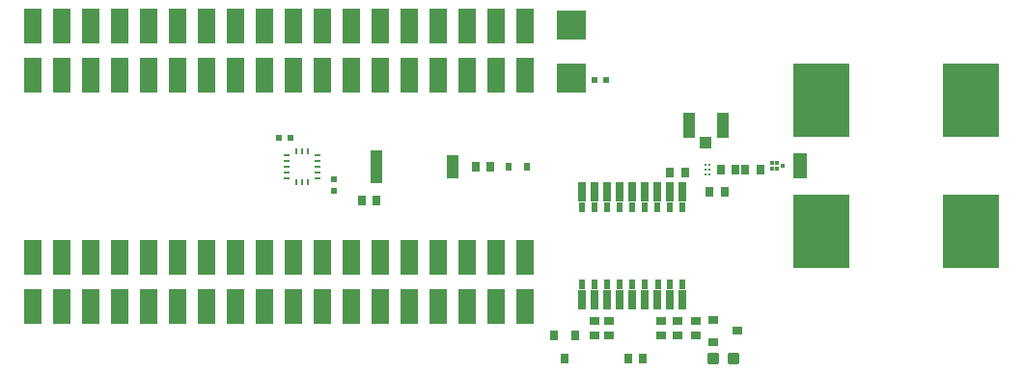
<source format=gtp>
G75*
%MOIN*%
%OFA0B0*%
%FSLAX25Y25*%
%IPPOS*%
%LPD*%
%AMOC8*
5,1,8,0,0,1.08239X$1,22.5*
%
%ADD10R,0.01969X0.00984*%
%ADD11R,0.00984X0.01969*%
%ADD12R,0.01969X0.01969*%
%ADD13R,0.03100X0.03500*%
%ADD14R,0.10000X0.10000*%
%ADD15R,0.06000X0.12000*%
%ADD16C,0.01181*%
%ADD17R,0.02756X0.03543*%
%ADD18R,0.03543X0.02756*%
%ADD19R,0.02756X0.07087*%
%ADD20R,0.03150X0.07087*%
%ADD21R,0.02362X0.03543*%
%ADD22R,0.02165X0.03543*%
%ADD23C,0.00902*%
%ADD24R,0.03937X0.04134*%
%ADD25R,0.04134X0.08661*%
%ADD26R,0.02362X0.03150*%
%ADD27R,0.04724X0.09055*%
%ADD28R,0.19685X0.25591*%
%ADD29R,0.01378X0.01673*%
%ADD30R,0.03937X0.07874*%
%ADD31R,0.04331X0.11811*%
%ADD32R,0.03543X0.03150*%
D10*
X0156595Y0125191D03*
X0156595Y0127159D03*
X0156595Y0129128D03*
X0156595Y0131096D03*
X0156595Y0133065D03*
X0167225Y0133065D03*
X0167225Y0131096D03*
X0167225Y0129128D03*
X0167225Y0127159D03*
X0167225Y0125191D03*
D11*
X0163879Y0123813D03*
X0161910Y0123813D03*
X0159942Y0123813D03*
X0159942Y0134443D03*
X0161910Y0134443D03*
X0163879Y0134443D03*
D12*
X0157753Y0138990D03*
X0153753Y0138990D03*
X0172753Y0124801D03*
X0172753Y0120801D03*
X0262745Y0159092D03*
X0266745Y0159092D03*
D13*
X0256318Y0070793D03*
X0248718Y0070793D03*
X0252518Y0062793D03*
D14*
X0254839Y0159673D03*
X0254839Y0178173D03*
D15*
X0068934Y0080628D03*
X0078934Y0080628D03*
X0088934Y0080628D03*
X0098934Y0080628D03*
X0108934Y0080628D03*
X0118934Y0080628D03*
X0128934Y0080628D03*
X0138934Y0080628D03*
X0148934Y0080628D03*
X0158934Y0080628D03*
X0168934Y0080628D03*
X0178934Y0080628D03*
X0188934Y0080628D03*
X0198934Y0080628D03*
X0208934Y0080628D03*
X0218934Y0080628D03*
X0228934Y0080628D03*
X0238934Y0080628D03*
X0238934Y0097628D03*
X0228934Y0097628D03*
X0218934Y0097628D03*
X0208934Y0097628D03*
X0198934Y0097628D03*
X0188934Y0097628D03*
X0178934Y0097628D03*
X0168934Y0097628D03*
X0158934Y0097628D03*
X0148934Y0097628D03*
X0138934Y0097628D03*
X0128934Y0097628D03*
X0118934Y0097628D03*
X0108934Y0097628D03*
X0098934Y0097628D03*
X0088934Y0097628D03*
X0078934Y0097628D03*
X0068934Y0097628D03*
X0068934Y0160628D03*
X0078934Y0160628D03*
X0088934Y0160628D03*
X0098934Y0160628D03*
X0108934Y0160628D03*
X0118934Y0160628D03*
X0128934Y0160628D03*
X0138934Y0160628D03*
X0148934Y0160628D03*
X0158934Y0160628D03*
X0168934Y0160628D03*
X0178934Y0160628D03*
X0188934Y0160628D03*
X0198934Y0160628D03*
X0208934Y0160628D03*
X0218934Y0160628D03*
X0228934Y0160628D03*
X0238934Y0160628D03*
X0238934Y0177628D03*
X0228934Y0177628D03*
X0218934Y0177628D03*
X0208934Y0177628D03*
X0198934Y0177628D03*
X0188934Y0177628D03*
X0178934Y0177628D03*
X0168934Y0177628D03*
X0158934Y0177628D03*
X0148934Y0177628D03*
X0138934Y0177628D03*
X0128934Y0177628D03*
X0118934Y0177628D03*
X0108934Y0177628D03*
X0098934Y0177628D03*
X0088934Y0177628D03*
X0078934Y0177628D03*
X0068934Y0177628D03*
D16*
X0302587Y0064171D02*
X0302587Y0061415D01*
X0302587Y0064171D02*
X0305343Y0064171D01*
X0305343Y0061415D01*
X0302587Y0061415D01*
X0302587Y0062595D02*
X0305343Y0062595D01*
X0305343Y0063775D02*
X0302587Y0063775D01*
X0309493Y0064171D02*
X0309493Y0061415D01*
X0309493Y0064171D02*
X0312249Y0064171D01*
X0312249Y0061415D01*
X0309493Y0061415D01*
X0309493Y0062595D02*
X0312249Y0062595D01*
X0312249Y0063775D02*
X0309493Y0063775D01*
D17*
X0279477Y0062793D03*
X0274359Y0062793D03*
X0187477Y0117293D03*
X0182359Y0117293D03*
X0221839Y0129128D03*
X0226957Y0129128D03*
X0288946Y0126923D03*
X0294064Y0126923D03*
X0302591Y0120258D03*
X0307709Y0120258D03*
X0306383Y0128222D03*
X0311501Y0128222D03*
X0314946Y0128222D03*
X0320064Y0128222D03*
D18*
X0297918Y0075852D03*
X0291418Y0075852D03*
X0285918Y0075852D03*
X0285918Y0070734D03*
X0291418Y0070734D03*
X0297918Y0070734D03*
X0267918Y0070734D03*
X0262918Y0070734D03*
X0262918Y0075852D03*
X0267918Y0075852D03*
D19*
X0258658Y0083010D03*
X0293304Y0083010D03*
X0293304Y0120411D03*
X0258658Y0120411D03*
D20*
X0262989Y0120411D03*
X0267320Y0120411D03*
X0271650Y0120411D03*
X0275981Y0120411D03*
X0280312Y0120411D03*
X0284642Y0120411D03*
X0288973Y0120411D03*
X0288973Y0083010D03*
X0284642Y0083010D03*
X0280312Y0083010D03*
X0275981Y0083010D03*
X0271650Y0083010D03*
X0267320Y0083010D03*
X0262989Y0083010D03*
D21*
X0262989Y0088324D03*
X0267320Y0088324D03*
X0271650Y0088324D03*
X0275981Y0088324D03*
X0280312Y0088324D03*
X0284839Y0088324D03*
X0288973Y0088324D03*
X0288973Y0115096D03*
X0284642Y0115096D03*
X0280312Y0115096D03*
X0275981Y0115096D03*
X0271650Y0115096D03*
X0267320Y0115096D03*
X0262989Y0115096D03*
D22*
X0258658Y0115096D03*
X0293304Y0115096D03*
X0293304Y0088324D03*
X0258658Y0088324D03*
D23*
X0301056Y0126537D03*
X0302631Y0126537D03*
X0302631Y0128112D03*
X0302631Y0129687D03*
X0301056Y0129687D03*
X0301056Y0128112D03*
D24*
X0301272Y0137275D03*
D25*
X0295465Y0143289D03*
X0307079Y0143289D03*
D26*
X0239595Y0129128D03*
X0233296Y0129128D03*
D27*
X0333808Y0129403D03*
D28*
X0341288Y0152041D03*
X0392863Y0152041D03*
X0392863Y0106765D03*
X0341288Y0106765D03*
D29*
X0326001Y0128252D03*
X0324032Y0128252D03*
X0324032Y0130515D03*
X0326001Y0130515D03*
X0327969Y0129384D03*
D30*
X0213920Y0129128D03*
D31*
X0187542Y0129128D03*
D32*
X0303981Y0076033D03*
X0312249Y0072293D03*
X0303981Y0068553D03*
M02*

</source>
